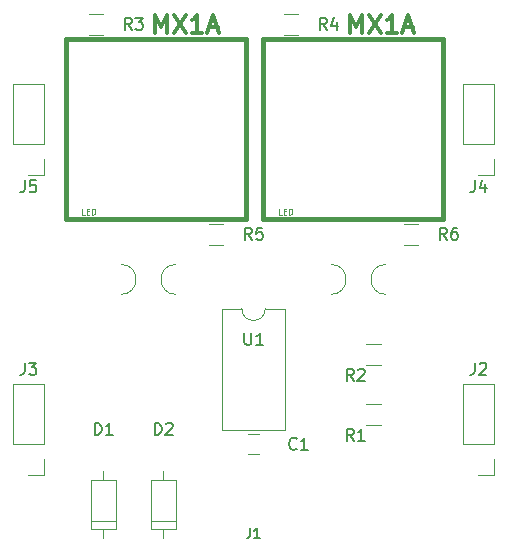
<source format=gto>
G04 #@! TF.FileFunction,Legend,Top*
%FSLAX46Y46*%
G04 Gerber Fmt 4.6, Leading zero omitted, Abs format (unit mm)*
G04 Created by KiCad (PCBNEW 4.0.6) date 01/19/18 19:39:35*
%MOMM*%
%LPD*%
G01*
G04 APERTURE LIST*
%ADD10C,0.020000*%
%ADD11C,0.100000*%
%ADD12C,0.150000*%
%ADD13C,0.381000*%
%ADD14C,0.120000*%
%ADD15C,0.304800*%
%ADD16C,0.203200*%
G04 APERTURE END LIST*
D10*
D11*
X46780000Y-39370000D02*
G75*
G03X46780000Y-41910000I0J-1270000D01*
G01*
X42120000Y-39370000D02*
G75*
G02X42120000Y-41910000I0J-1270000D01*
G01*
D12*
X33655000Y-20320000D02*
X34925000Y-20320000D01*
X34925000Y-20320000D02*
X34925000Y-21590000D01*
X33655000Y-35560000D02*
X34925000Y-35560000D01*
X34925000Y-35560000D02*
X34925000Y-34290000D01*
X19685000Y-34290000D02*
X19685000Y-35560000D01*
X19685000Y-35560000D02*
X20955000Y-35560000D01*
X19685000Y-21590000D02*
X19685000Y-20320000D01*
X19685000Y-20320000D02*
X20955000Y-20320000D01*
D13*
X19685000Y-20320000D02*
X34925000Y-20320000D01*
X34925000Y-20320000D02*
X34925000Y-35560000D01*
X34925000Y-35560000D02*
X19685000Y-35560000D01*
X19685000Y-35560000D02*
X19685000Y-20320000D01*
D14*
X36060000Y-53760000D02*
X35060000Y-53760000D01*
X35060000Y-55460000D02*
X36060000Y-55460000D01*
X21800000Y-61750000D02*
X23920000Y-61750000D01*
X23920000Y-61750000D02*
X23920000Y-57630000D01*
X23920000Y-57630000D02*
X21800000Y-57630000D01*
X21800000Y-57630000D02*
X21800000Y-61750000D01*
X22860000Y-62520000D02*
X22860000Y-61750000D01*
X22860000Y-56860000D02*
X22860000Y-57630000D01*
X21800000Y-61090000D02*
X23920000Y-61090000D01*
X26880000Y-61750000D02*
X29000000Y-61750000D01*
X29000000Y-61750000D02*
X29000000Y-57630000D01*
X29000000Y-57630000D02*
X26880000Y-57630000D01*
X26880000Y-57630000D02*
X26880000Y-61750000D01*
X27940000Y-62520000D02*
X27940000Y-61750000D01*
X27940000Y-56860000D02*
X27940000Y-57630000D01*
X26880000Y-61090000D02*
X29000000Y-61090000D01*
D12*
X50323800Y-20320000D02*
X51593800Y-20320000D01*
X51593800Y-20320000D02*
X51593800Y-21590000D01*
X50323800Y-35560000D02*
X51593800Y-35560000D01*
X51593800Y-35560000D02*
X51593800Y-34290000D01*
X36353800Y-34290000D02*
X36353800Y-35560000D01*
X36353800Y-35560000D02*
X37623800Y-35560000D01*
X36353800Y-21590000D02*
X36353800Y-20320000D01*
X36353800Y-20320000D02*
X37623800Y-20320000D01*
D14*
X46320000Y-52950000D02*
X45120000Y-52950000D01*
X45120000Y-51190000D02*
X46320000Y-51190000D01*
X46320000Y-47870000D02*
X45120000Y-47870000D01*
X45120000Y-46110000D02*
X46320000Y-46110000D01*
D13*
X36353800Y-20320000D02*
X51593800Y-20320000D01*
X51593800Y-20320000D02*
X51593800Y-35560000D01*
X51593800Y-35560000D02*
X36353800Y-35560000D01*
X36353800Y-35560000D02*
X36353800Y-20320000D01*
D14*
X36560000Y-43120000D02*
G75*
G02X34560000Y-43120000I-1000000J0D01*
G01*
X34560000Y-43120000D02*
X32910000Y-43120000D01*
X32910000Y-43120000D02*
X32910000Y-53400000D01*
X32910000Y-53400000D02*
X38210000Y-53400000D01*
X38210000Y-53400000D02*
X38210000Y-43120000D01*
X38210000Y-43120000D02*
X36560000Y-43120000D01*
X55940000Y-49470000D02*
X53280000Y-49470000D01*
X55940000Y-54610000D02*
X55940000Y-49470000D01*
X53280000Y-54610000D02*
X53280000Y-49470000D01*
X55940000Y-54610000D02*
X53280000Y-54610000D01*
X55940000Y-55880000D02*
X55940000Y-57210000D01*
X55940000Y-57210000D02*
X54610000Y-57210000D01*
X17840000Y-49470000D02*
X15180000Y-49470000D01*
X17840000Y-54610000D02*
X17840000Y-49470000D01*
X15180000Y-54610000D02*
X15180000Y-49470000D01*
X17840000Y-54610000D02*
X15180000Y-54610000D01*
X17840000Y-55880000D02*
X17840000Y-57210000D01*
X17840000Y-57210000D02*
X16510000Y-57210000D01*
X55940000Y-24070000D02*
X53280000Y-24070000D01*
X55940000Y-29210000D02*
X55940000Y-24070000D01*
X53280000Y-29210000D02*
X53280000Y-24070000D01*
X55940000Y-29210000D02*
X53280000Y-29210000D01*
X55940000Y-30480000D02*
X55940000Y-31810000D01*
X55940000Y-31810000D02*
X54610000Y-31810000D01*
X17840000Y-24070000D02*
X15180000Y-24070000D01*
X17840000Y-29210000D02*
X17840000Y-24070000D01*
X15180000Y-29210000D02*
X15180000Y-24070000D01*
X17840000Y-29210000D02*
X15180000Y-29210000D01*
X17840000Y-30480000D02*
X17840000Y-31810000D01*
X17840000Y-31810000D02*
X16510000Y-31810000D01*
X22825000Y-19930000D02*
X21625000Y-19930000D01*
X21625000Y-18170000D02*
X22825000Y-18170000D01*
X39335000Y-19930000D02*
X38135000Y-19930000D01*
X38135000Y-18170000D02*
X39335000Y-18170000D01*
X32985000Y-37710000D02*
X31785000Y-37710000D01*
X31785000Y-35950000D02*
X32985000Y-35950000D01*
X49495000Y-37710000D02*
X48295000Y-37710000D01*
X48295000Y-35950000D02*
X49495000Y-35950000D01*
D11*
X29000000Y-39370000D02*
G75*
G03X29000000Y-41910000I0J-1270000D01*
G01*
X24340000Y-39370000D02*
G75*
G02X24340000Y-41910000I0J-1270000D01*
G01*
X21268572Y-35151190D02*
X21030477Y-35151190D01*
X21030477Y-34651190D01*
X21435239Y-34889286D02*
X21601905Y-34889286D01*
X21673334Y-35151190D02*
X21435239Y-35151190D01*
X21435239Y-34651190D01*
X21673334Y-34651190D01*
X21887620Y-35151190D02*
X21887620Y-34651190D01*
X22006667Y-34651190D01*
X22078096Y-34675000D01*
X22125715Y-34722619D01*
X22149524Y-34770238D01*
X22173334Y-34865476D01*
X22173334Y-34936905D01*
X22149524Y-35032143D01*
X22125715Y-35079762D01*
X22078096Y-35127381D01*
X22006667Y-35151190D01*
X21887620Y-35151190D01*
D15*
X27232428Y-19739429D02*
X27232428Y-18215429D01*
X27740428Y-19304000D01*
X28248428Y-18215429D01*
X28248428Y-19739429D01*
X28828999Y-18215429D02*
X29844999Y-19739429D01*
X29844999Y-18215429D02*
X28828999Y-19739429D01*
X31223857Y-19739429D02*
X30353000Y-19739429D01*
X30788428Y-19739429D02*
X30788428Y-18215429D01*
X30643285Y-18433143D01*
X30498143Y-18578286D01*
X30353000Y-18650857D01*
X31804429Y-19304000D02*
X32530143Y-19304000D01*
X31659286Y-19739429D02*
X32167286Y-18215429D01*
X32675286Y-19739429D01*
D12*
X39203334Y-54967143D02*
X39155715Y-55014762D01*
X39012858Y-55062381D01*
X38917620Y-55062381D01*
X38774762Y-55014762D01*
X38679524Y-54919524D01*
X38631905Y-54824286D01*
X38584286Y-54633810D01*
X38584286Y-54490952D01*
X38631905Y-54300476D01*
X38679524Y-54205238D01*
X38774762Y-54110000D01*
X38917620Y-54062381D01*
X39012858Y-54062381D01*
X39155715Y-54110000D01*
X39203334Y-54157619D01*
X40155715Y-55062381D02*
X39584286Y-55062381D01*
X39870000Y-55062381D02*
X39870000Y-54062381D01*
X39774762Y-54205238D01*
X39679524Y-54300476D01*
X39584286Y-54348095D01*
X22121905Y-53792381D02*
X22121905Y-52792381D01*
X22360000Y-52792381D01*
X22502858Y-52840000D01*
X22598096Y-52935238D01*
X22645715Y-53030476D01*
X22693334Y-53220952D01*
X22693334Y-53363810D01*
X22645715Y-53554286D01*
X22598096Y-53649524D01*
X22502858Y-53744762D01*
X22360000Y-53792381D01*
X22121905Y-53792381D01*
X23645715Y-53792381D02*
X23074286Y-53792381D01*
X23360000Y-53792381D02*
X23360000Y-52792381D01*
X23264762Y-52935238D01*
X23169524Y-53030476D01*
X23074286Y-53078095D01*
X27201905Y-53792381D02*
X27201905Y-52792381D01*
X27440000Y-52792381D01*
X27582858Y-52840000D01*
X27678096Y-52935238D01*
X27725715Y-53030476D01*
X27773334Y-53220952D01*
X27773334Y-53363810D01*
X27725715Y-53554286D01*
X27678096Y-53649524D01*
X27582858Y-53744762D01*
X27440000Y-53792381D01*
X27201905Y-53792381D01*
X28154286Y-52887619D02*
X28201905Y-52840000D01*
X28297143Y-52792381D01*
X28535239Y-52792381D01*
X28630477Y-52840000D01*
X28678096Y-52887619D01*
X28725715Y-52982857D01*
X28725715Y-53078095D01*
X28678096Y-53220952D01*
X28106667Y-53792381D01*
X28725715Y-53792381D01*
D11*
X37937372Y-35151190D02*
X37699277Y-35151190D01*
X37699277Y-34651190D01*
X38104039Y-34889286D02*
X38270705Y-34889286D01*
X38342134Y-35151190D02*
X38104039Y-35151190D01*
X38104039Y-34651190D01*
X38342134Y-34651190D01*
X38556420Y-35151190D02*
X38556420Y-34651190D01*
X38675467Y-34651190D01*
X38746896Y-34675000D01*
X38794515Y-34722619D01*
X38818324Y-34770238D01*
X38842134Y-34865476D01*
X38842134Y-34936905D01*
X38818324Y-35032143D01*
X38794515Y-35079762D01*
X38746896Y-35127381D01*
X38675467Y-35151190D01*
X38556420Y-35151190D01*
D12*
X44029334Y-54300381D02*
X43696000Y-53824190D01*
X43457905Y-54300381D02*
X43457905Y-53300381D01*
X43838858Y-53300381D01*
X43934096Y-53348000D01*
X43981715Y-53395619D01*
X44029334Y-53490857D01*
X44029334Y-53633714D01*
X43981715Y-53728952D01*
X43934096Y-53776571D01*
X43838858Y-53824190D01*
X43457905Y-53824190D01*
X44981715Y-54300381D02*
X44410286Y-54300381D01*
X44696000Y-54300381D02*
X44696000Y-53300381D01*
X44600762Y-53443238D01*
X44505524Y-53538476D01*
X44410286Y-53586095D01*
X44029334Y-49220381D02*
X43696000Y-48744190D01*
X43457905Y-49220381D02*
X43457905Y-48220381D01*
X43838858Y-48220381D01*
X43934096Y-48268000D01*
X43981715Y-48315619D01*
X44029334Y-48410857D01*
X44029334Y-48553714D01*
X43981715Y-48648952D01*
X43934096Y-48696571D01*
X43838858Y-48744190D01*
X43457905Y-48744190D01*
X44410286Y-48315619D02*
X44457905Y-48268000D01*
X44553143Y-48220381D01*
X44791239Y-48220381D01*
X44886477Y-48268000D01*
X44934096Y-48315619D01*
X44981715Y-48410857D01*
X44981715Y-48506095D01*
X44934096Y-48648952D01*
X44362667Y-49220381D01*
X44981715Y-49220381D01*
D15*
X43742478Y-19739429D02*
X43742478Y-18215429D01*
X44250478Y-19304000D01*
X44758478Y-18215429D01*
X44758478Y-19739429D01*
X45339049Y-18215429D02*
X46355049Y-19739429D01*
X46355049Y-18215429D02*
X45339049Y-19739429D01*
X47733907Y-19739429D02*
X46863050Y-19739429D01*
X47298478Y-19739429D02*
X47298478Y-18215429D01*
X47153335Y-18433143D01*
X47008193Y-18578286D01*
X46863050Y-18650857D01*
X48314479Y-19304000D02*
X49040193Y-19304000D01*
X48169336Y-19739429D02*
X48677336Y-18215429D01*
X49185336Y-19739429D01*
D12*
X34798095Y-45172381D02*
X34798095Y-45981905D01*
X34845714Y-46077143D01*
X34893333Y-46124762D01*
X34988571Y-46172381D01*
X35179048Y-46172381D01*
X35274286Y-46124762D01*
X35321905Y-46077143D01*
X35369524Y-45981905D01*
X35369524Y-45172381D01*
X36369524Y-46172381D02*
X35798095Y-46172381D01*
X36083809Y-46172381D02*
X36083809Y-45172381D01*
X35988571Y-45315238D01*
X35893333Y-45410476D01*
X35798095Y-45458095D01*
X54276667Y-47712381D02*
X54276667Y-48426667D01*
X54229047Y-48569524D01*
X54133809Y-48664762D01*
X53990952Y-48712381D01*
X53895714Y-48712381D01*
X54705238Y-47807619D02*
X54752857Y-47760000D01*
X54848095Y-47712381D01*
X55086191Y-47712381D01*
X55181429Y-47760000D01*
X55229048Y-47807619D01*
X55276667Y-47902857D01*
X55276667Y-47998095D01*
X55229048Y-48140952D01*
X54657619Y-48712381D01*
X55276667Y-48712381D01*
X16176667Y-47712381D02*
X16176667Y-48426667D01*
X16129047Y-48569524D01*
X16033809Y-48664762D01*
X15890952Y-48712381D01*
X15795714Y-48712381D01*
X16557619Y-47712381D02*
X17176667Y-47712381D01*
X16843333Y-48093333D01*
X16986191Y-48093333D01*
X17081429Y-48140952D01*
X17129048Y-48188571D01*
X17176667Y-48283810D01*
X17176667Y-48521905D01*
X17129048Y-48617143D01*
X17081429Y-48664762D01*
X16986191Y-48712381D01*
X16700476Y-48712381D01*
X16605238Y-48664762D01*
X16557619Y-48617143D01*
X54276667Y-32262381D02*
X54276667Y-32976667D01*
X54229047Y-33119524D01*
X54133809Y-33214762D01*
X53990952Y-33262381D01*
X53895714Y-33262381D01*
X55181429Y-32595714D02*
X55181429Y-33262381D01*
X54943333Y-32214762D02*
X54705238Y-32929048D01*
X55324286Y-32929048D01*
X16176667Y-32262381D02*
X16176667Y-32976667D01*
X16129047Y-33119524D01*
X16033809Y-33214762D01*
X15890952Y-33262381D01*
X15795714Y-33262381D01*
X17129048Y-32262381D02*
X16652857Y-32262381D01*
X16605238Y-32738571D01*
X16652857Y-32690952D01*
X16748095Y-32643333D01*
X16986191Y-32643333D01*
X17081429Y-32690952D01*
X17129048Y-32738571D01*
X17176667Y-32833810D01*
X17176667Y-33071905D01*
X17129048Y-33167143D01*
X17081429Y-33214762D01*
X16986191Y-33262381D01*
X16748095Y-33262381D01*
X16652857Y-33214762D01*
X16605238Y-33167143D01*
X25233334Y-19502381D02*
X24900000Y-19026190D01*
X24661905Y-19502381D02*
X24661905Y-18502381D01*
X25042858Y-18502381D01*
X25138096Y-18550000D01*
X25185715Y-18597619D01*
X25233334Y-18692857D01*
X25233334Y-18835714D01*
X25185715Y-18930952D01*
X25138096Y-18978571D01*
X25042858Y-19026190D01*
X24661905Y-19026190D01*
X25566667Y-18502381D02*
X26185715Y-18502381D01*
X25852381Y-18883333D01*
X25995239Y-18883333D01*
X26090477Y-18930952D01*
X26138096Y-18978571D01*
X26185715Y-19073810D01*
X26185715Y-19311905D01*
X26138096Y-19407143D01*
X26090477Y-19454762D01*
X25995239Y-19502381D01*
X25709524Y-19502381D01*
X25614286Y-19454762D01*
X25566667Y-19407143D01*
X41743334Y-19502381D02*
X41410000Y-19026190D01*
X41171905Y-19502381D02*
X41171905Y-18502381D01*
X41552858Y-18502381D01*
X41648096Y-18550000D01*
X41695715Y-18597619D01*
X41743334Y-18692857D01*
X41743334Y-18835714D01*
X41695715Y-18930952D01*
X41648096Y-18978571D01*
X41552858Y-19026190D01*
X41171905Y-19026190D01*
X42600477Y-18835714D02*
X42600477Y-19502381D01*
X42362381Y-18454762D02*
X42124286Y-19169048D01*
X42743334Y-19169048D01*
X35393334Y-37282381D02*
X35060000Y-36806190D01*
X34821905Y-37282381D02*
X34821905Y-36282381D01*
X35202858Y-36282381D01*
X35298096Y-36330000D01*
X35345715Y-36377619D01*
X35393334Y-36472857D01*
X35393334Y-36615714D01*
X35345715Y-36710952D01*
X35298096Y-36758571D01*
X35202858Y-36806190D01*
X34821905Y-36806190D01*
X36298096Y-36282381D02*
X35821905Y-36282381D01*
X35774286Y-36758571D01*
X35821905Y-36710952D01*
X35917143Y-36663333D01*
X36155239Y-36663333D01*
X36250477Y-36710952D01*
X36298096Y-36758571D01*
X36345715Y-36853810D01*
X36345715Y-37091905D01*
X36298096Y-37187143D01*
X36250477Y-37234762D01*
X36155239Y-37282381D01*
X35917143Y-37282381D01*
X35821905Y-37234762D01*
X35774286Y-37187143D01*
X51903334Y-37282381D02*
X51570000Y-36806190D01*
X51331905Y-37282381D02*
X51331905Y-36282381D01*
X51712858Y-36282381D01*
X51808096Y-36330000D01*
X51855715Y-36377619D01*
X51903334Y-36472857D01*
X51903334Y-36615714D01*
X51855715Y-36710952D01*
X51808096Y-36758571D01*
X51712858Y-36806190D01*
X51331905Y-36806190D01*
X52760477Y-36282381D02*
X52570000Y-36282381D01*
X52474762Y-36330000D01*
X52427143Y-36377619D01*
X52331905Y-36520476D01*
X52284286Y-36710952D01*
X52284286Y-37091905D01*
X52331905Y-37187143D01*
X52379524Y-37234762D01*
X52474762Y-37282381D01*
X52665239Y-37282381D01*
X52760477Y-37234762D01*
X52808096Y-37187143D01*
X52855715Y-37091905D01*
X52855715Y-36853810D01*
X52808096Y-36758571D01*
X52760477Y-36710952D01*
X52665239Y-36663333D01*
X52474762Y-36663333D01*
X52379524Y-36710952D01*
X52331905Y-36758571D01*
X52284286Y-36853810D01*
D16*
X35289067Y-61694895D02*
X35289067Y-62275467D01*
X35250363Y-62391581D01*
X35172953Y-62468990D01*
X35056839Y-62507695D01*
X34979429Y-62507695D01*
X36101867Y-62507695D02*
X35637410Y-62507695D01*
X35869639Y-62507695D02*
X35869639Y-61694895D01*
X35792229Y-61811010D01*
X35714820Y-61888419D01*
X35637410Y-61927124D01*
M02*

</source>
